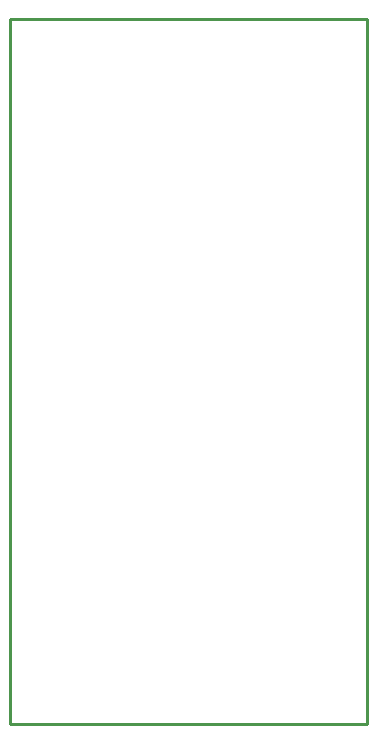
<source format=gbr>
G04 EAGLE Gerber RS-274X export*
G75*
%MOMM*%
%FSLAX34Y34*%
%LPD*%
%IN*%
%IPPOS*%
%AMOC8*
5,1,8,0,0,1.08239X$1,22.5*%
G01*
%ADD10C,0.254000*%


D10*
X0Y203200D02*
X301500Y203200D01*
X301500Y800000D01*
X0Y800000D01*
X0Y203200D01*
M02*

</source>
